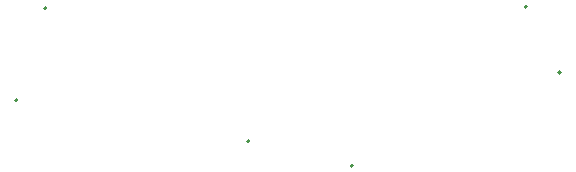
<source format=gbr>
%TF.GenerationSoftware,KiCad,Pcbnew,8.0.0*%
%TF.CreationDate,2024-03-23T23:06:13+02:00*%
%TF.ProjectId,test,74657374-2e6b-4696-9361-645f70636258,rev?*%
%TF.SameCoordinates,Original*%
%TF.FileFunction,Other,Comment*%
%FSLAX46Y46*%
G04 Gerber Fmt 4.6, Leading zero omitted, Abs format (unit mm)*
G04 Created by KiCad (PCBNEW 8.0.0) date 2024-03-23 23:06:13*
%MOMM*%
%LPD*%
G01*
G04 APERTURE LIST*
%ADD10C,0.200000*%
G04 APERTURE END LIST*
D10*
%TO.C,U5*%
X209151087Y-44548323D02*
G75*
G02*
X208951087Y-44548323I-100000J0D01*
G01*
X208951087Y-44548323D02*
G75*
G02*
X209151087Y-44548323I100000J0D01*
G01*
%TO.C,Q3*%
X194405106Y-57994032D02*
G75*
G02*
X194205106Y-57994032I-100000J0D01*
G01*
X194205106Y-57994032D02*
G75*
G02*
X194405106Y-57994032I100000J0D01*
G01*
%TO.C,Q1*%
X185661166Y-55938458D02*
G75*
G02*
X185461166Y-55938458I-100000J0D01*
G01*
X185461166Y-55938458D02*
G75*
G02*
X185661166Y-55938458I100000J0D01*
G01*
%TO.C,U6*%
X168478866Y-44680959D02*
G75*
G02*
X168278866Y-44680959I-100000J0D01*
G01*
X168278866Y-44680959D02*
G75*
G02*
X168478866Y-44680959I100000J0D01*
G01*
%TO.C,Q2*%
X165990678Y-52465083D02*
G75*
G02*
X165790678Y-52465083I-100000J0D01*
G01*
X165790678Y-52465083D02*
G75*
G02*
X165990678Y-52465083I100000J0D01*
G01*
%TO.C,Q4*%
X212011010Y-50118217D02*
G75*
G02*
X211811010Y-50118217I-100000J0D01*
G01*
X211811010Y-50118217D02*
G75*
G02*
X212011010Y-50118217I100000J0D01*
G01*
%TD*%
M02*

</source>
